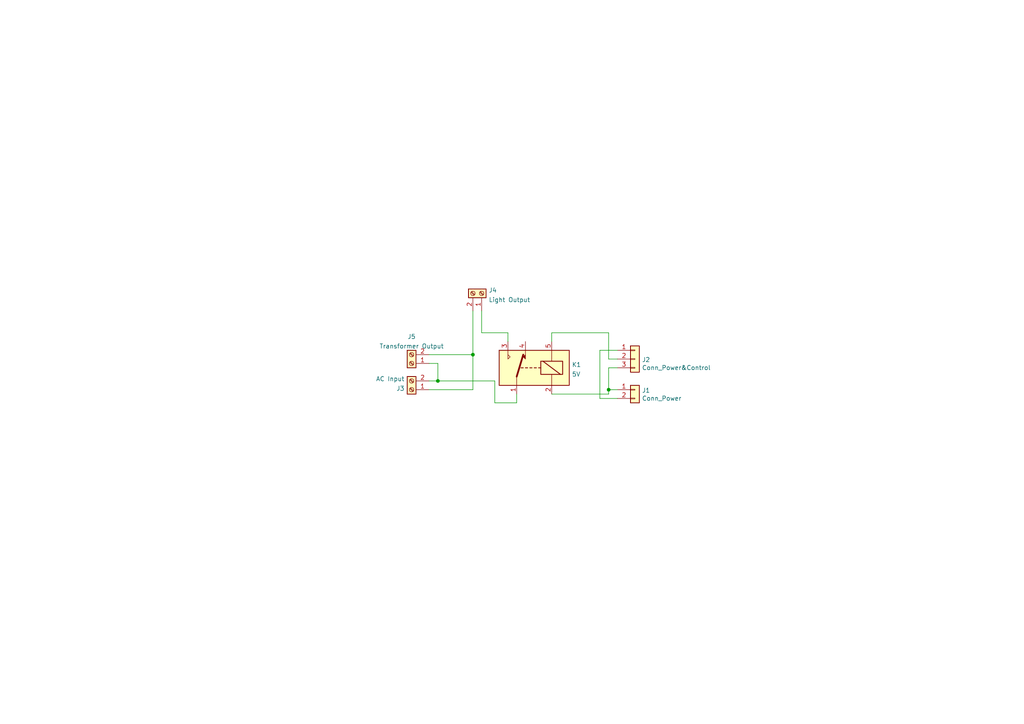
<source format=kicad_sch>
(kicad_sch (version 20211123) (generator eeschema)
  (paper "A4")
  (title_block (title "Circuit de commande lumière (primaire)") (date "2022-03-06") (rev "1.2") (company "Maxime MAUCOURANT"))
  (lib_symbols
    (symbol "Connector:Screw_Terminal_01x02" (pin_names (offset 1.016) hide)
      (property "Reference" "J" (at 0 2.54 0))
      (property "Value" "Screw_Terminal_01x02" (at 0 -5.08 0))
      (symbol "Screw_Terminal_01x02_1_1"
        (rectangle (start -1.27 1.27) (end 1.27 -3.81) (stroke (width 0.254)) (fill (type background)))
        (circle (center 0 -2.54) (radius 0.635) (stroke (width 0.1524)))
        (polyline (pts (xy -0.5334 -2.2098) (xy 0.3302 -3.048)) (stroke (width 0.1524)))
        (polyline (pts (xy -0.5334 0.3302) (xy 0.3302 -0.508)) (stroke (width 0.1524)))
        (polyline (pts (xy -0.3556 -2.032) (xy 0.508 -2.8702)) (stroke (width 0.1524)))
        (polyline (pts (xy -0.3556 0.508) (xy 0.508 -0.3302)) (stroke (width 0.1524)))
        (circle (center 0 0) (radius 0.635) (stroke (width 0.1524)))
        (pin passive line (at -5.08 0 0) (length 3.81) (name "Pin_1") (number "1"))
        (pin passive line (at -5.08 -2.54 0) (length 3.81) (name "Pin_2") (number "2"))
      )
    )
    (symbol "Connector_Generic:Conn_01x02" (pin_names (offset 1.016) hide)
      (property "Reference" "J" (at 0 2.54 0))
      (property "Value" "Conn_01x02" (at 0 -5.08 0))
      (symbol "Conn_01x02_1_1"
        (rectangle (start -1.27 -2.413) (end 0 -2.667) (stroke (width 0.1524)))
        (rectangle (start -1.27 0.127) (end 0 -0.127) (stroke (width 0.1524)))
        (rectangle (start -1.27 1.27) (end 1.27 -3.81) (stroke (width 0.254)) (fill (type background)))
        (pin passive line (at -5.08 0 0) (length 3.81) (name "Pin_1") (number "1"))
        (pin passive line (at -5.08 -2.54 0) (length 3.81) (name "Pin_2") (number "2"))
      )
    )
    (symbol "Connector_Generic:Conn_01x03" (pin_names (offset 1.016) hide)
      (property "Reference" "J" (at 0 5.08 0))
      (property "Value" "Conn_01x03" (at 0 -5.08 0))
      (symbol "Conn_01x03_1_1"
        (rectangle (start -1.27 -2.413) (end 0 -2.667) (stroke (width 0.1524)))
        (rectangle (start -1.27 0.127) (end 0 -0.127) (stroke (width 0.1524)))
        (rectangle (start -1.27 2.667) (end 0 2.413) (stroke (width 0.1524)))
        (rectangle (start -1.27 3.81) (end 1.27 -3.81) (stroke (width 0.254)) (fill (type background)))
        (pin passive line (at -5.08 2.54 0) (length 3.81) (name "Pin_1") (number "1"))
        (pin passive line (at -5.08 0 0) (length 3.81) (name "Pin_2") (number "2"))
        (pin passive line (at -5.08 -2.54 0) (length 3.81) (name "Pin_3") (number "3"))
      )
    )
    (symbol "Relay:G5LE-1"
      (property "Reference" "K" (at 11.43 3.81 0))
      (property "Value" "G5LE-1" (at 11.43 1.27 0))
      (symbol "G5LE-1_0_0"
        (polyline (pts (xy 7.62 5.08) (xy 7.62 2.54) (xy 6.985 3.175) (xy 7.62 3.81)))
      )
      (symbol "G5LE-1_0_1"
        (rectangle (start -10.16 5.08) (end 10.16 -5.08) (stroke (width 0.254)) (fill (type background)))
        (rectangle (start -8.255 1.905) (end -1.905 -1.905) (stroke (width 0.254)))
        (polyline (pts (xy -7.62 -1.905) (xy -2.54 1.905)) (stroke (width 0.254)))
        (polyline (pts (xy -5.08 -5.08) (xy -5.08 -1.905)))
        (polyline (pts (xy -5.08 5.08) (xy -5.08 1.905)))
        (polyline (pts (xy -1.905 0) (xy -1.27 0)) (stroke (width 0.254)))
        (polyline (pts (xy -0.635 0) (xy 0 0)) (stroke (width 0.254)))
        (polyline (pts (xy 0.635 0) (xy 1.27 0)) (stroke (width 0.254)))
        (polyline (pts (xy 1.905 0) (xy 2.54 0)) (stroke (width 0.254)))
        (polyline (pts (xy 3.175 0) (xy 3.81 0)) (stroke (width 0.254)))
        (polyline (pts (xy 5.08 -2.54) (xy 3.175 3.81)) (stroke (width 0.508)))
        (polyline (pts (xy 5.08 -2.54) (xy 5.08 -5.08)))
        (polyline (pts (xy 2.54 5.08) (xy 2.54 2.54) (xy 3.175 3.175) (xy 2.54 3.81)) (fill (type outline)))
      )
      (symbol "G5LE-1_1_1"
        (pin passive line (at 5.08 -7.62 90) (length 2.54) (name "~") (number "1"))
        (pin passive line (at -5.08 -7.62 90) (length 2.54) (name "~") (number "2"))
        (pin passive line (at 7.62 7.62 270) (length 2.54) (name "~") (number "3"))
        (pin passive line (at 2.54 7.62 270) (length 2.54) (name "~") (number "4"))
        (pin passive line (at -5.08 7.62 270) (length 2.54) (name "~") (number "5"))
      )
    )
  )
  (junction (at 176.53 113.03))
  (junction (at 127 110.49))
  (junction (at 137.16 102.87))
  (wire (pts (xy 149.86 116.84) (xy 149.86 114.3)))
  (wire (pts (xy 173.99 115.57) (xy 179.07 115.57)))
  (wire (pts (xy 160.02 96.52) (xy 176.53 96.52)))
  (wire (pts (xy 147.32 96.52) (xy 147.32 99.06)))
  (wire (pts (xy 176.53 104.14) (xy 179.07 104.14)))
  (wire (pts (xy 179.07 101.6) (xy 173.99 101.6)))
  (wire (pts (xy 124.46 110.49) (xy 127 110.49)))
  (wire (pts (xy 176.53 113.03) (xy 176.53 106.68)))
  (wire (pts (xy 137.16 113.03) (xy 137.16 102.87)))
  (wire (pts (xy 176.53 96.52) (xy 176.53 104.14)))
  (wire (pts (xy 127 110.49) (xy 143.51 110.49)))
  (wire (pts (xy 124.46 105.41) (xy 127 105.41)))
  (wire (pts (xy 139.7 90.17) (xy 139.7 96.52)))
  (wire (pts (xy 176.53 106.68) (xy 179.07 106.68)))
  (wire (pts (xy 179.07 113.03) (xy 176.53 113.03)))
  (wire (pts (xy 176.53 114.3) (xy 176.53 113.03)))
  (wire (pts (xy 127 105.41) (xy 127 110.49)))
  (wire (pts (xy 160.02 99.06) (xy 160.02 96.52)))
  (wire (pts (xy 160.02 114.3) (xy 176.53 114.3)))
  (wire (pts (xy 139.7 96.52) (xy 147.32 96.52)))
  (wire (pts (xy 137.16 102.87) (xy 137.16 90.17)))
  (wire (pts (xy 124.46 113.03) (xy 137.16 113.03)))
  (wire (pts (xy 173.99 101.6) (xy 173.99 115.57)))
  (wire (pts (xy 124.46 102.87) (xy 137.16 102.87)))
  (wire (pts (xy 143.51 110.49) (xy 143.51 116.84)))
  (wire (pts (xy 143.51 116.84) (xy 149.86 116.84)))
  (symbol (lib_id "Connector:Screw_Terminal_01x02") (at 139.7 85.09 270) (mirror x) (unit 1)
    (property "Reference" "J4" (at 141.732 84.1815 90) (effects (justify left)))
    (property "Value" "Light Output" (at 141.732 86.9566 90) (effects (justify left)))
    (property "Footprint" "TerminalBlock:TerminalBlock_bornier-2_P5.08mm" (effects hide))
  )
  (symbol (lib_id "Relay:G5LE-1") (at 154.94 106.68 0) (mirror y) (unit 1)
    (property "Reference" "K1" (at 165.862 105.7715 0) (effects (justify right)))
    (property "Value" "5V" (at 165.862 108.5466 0) (effects (justify right)))
    (property "Footprint" "Relay_THT:Relay_SPDT_Omron-G5LE-1" (effects hide))
    (property "Datasheet" "http://www.omron.com/ecb/products/pdf/en-g5le.pdf" (effects hide))
  )
  (symbol (lib_id "Connector:Screw_Terminal_01x02") (at 119.38 113.03 180) (unit 1)
    (property "Reference" "J3" (at 117.348 112.6685 0) (effects (justify left)))
    (property "Value" "AC Input" (at 117.348 109.8934 0) (effects (justify left)))
    (property "Footprint" "TerminalBlock:TerminalBlock_bornier-2_P5.08mm" (effects hide))
  )
  (symbol (lib_id "Connector_Generic:Conn_01x03") (at 184.15 104.14 0) (unit 1)
    (property "Reference" "J2" (at 186.182 104.3432 0) (effects (justify left)))
    (property "Value" "Conn_Power&Control" (at 186.182 106.6546 0) (effects (justify left)))
    (property "Footprint" "Connector_PinHeader_2.54mm:PinHeader_1x03_P2.54mm_Vertical" (effects hide))
  )
  (symbol (lib_id "Connector_Generic:Conn_01x02") (at 184.15 113.03 0) (unit 1)
    (property "Reference" "J1" (at 186.182 113.2332 0) (effects (justify left)))
    (property "Value" "Conn_Power" (at 186.182 115.5446 0) (effects (justify left)))
    (property "Footprint" "Connector_PinHeader_2.54mm:PinHeader_1x02_P2.54mm_Vertical" (effects hide))
  )
  (symbol (lib_id "Connector:Screw_Terminal_01x02") (at 119.38 105.41 180) (unit 1)
    (property "Reference" "J5" (at 119.38 97.6335 0))
    (property "Value" "Transformer Output" (at 119.38 100.4086 0))
    (property "Footprint" "TerminalBlock:TerminalBlock_bornier-2_P5.08mm" (effects hide))
  )
)
</source>
